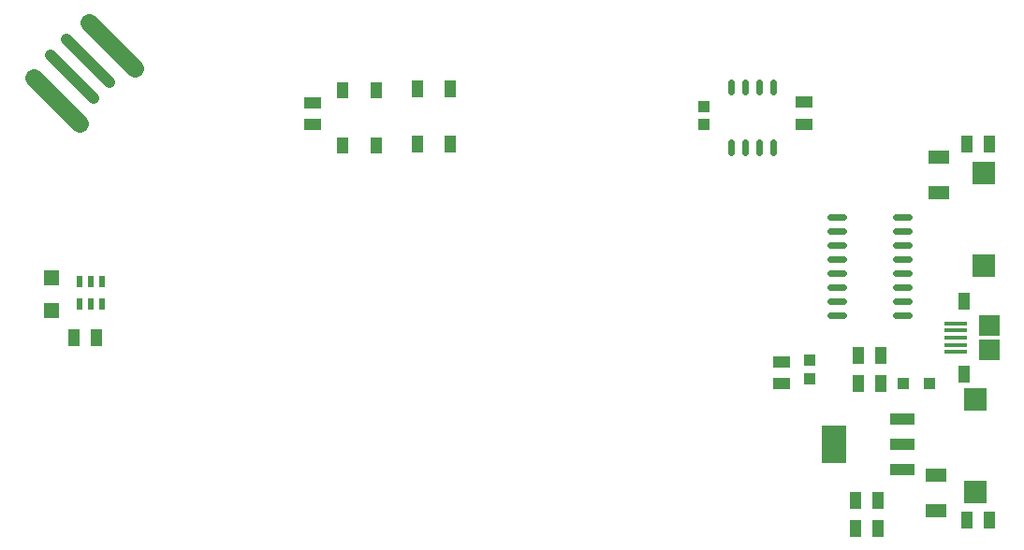
<source format=gtp>
G04 Layer: TopPasteMaskLayer*
G04 EasyEDA v6.3.52, 2020-06-08T18:28:06+08:00*
G04 b620e5eaaf5e4283affdf04958e78c07,0271aa7b776e406f8d319a2d24a91b4c,10*
G04 Gerber Generator version 0.2*
G04 Scale: 100 percent, Rotated: No, Reflected: No *
G04 Dimensions in millimeters *
G04 leading zeros omitted , absolute positions ,3 integer and 3 decimal *
%FSLAX33Y33*%
%MOMM*%
G90*
G71D02*

%ADD13C,0.599999*%
%ADD14C,0.999998*%
%ADD16C,1.599997*%
%ADD18R,2.099996X0.399999*%
%ADD19R,0.999998X1.499997*%
%ADD20R,1.899996X1.899996*%
%ADD21R,0.499999X0.999998*%
%ADD22R,0.990600X1.092200*%
%ADD23R,1.399997X1.399997*%
%ADD24R,0.999998X1.550010*%
%ADD25R,1.550010X0.999998*%
%ADD26R,0.999998X0.999998*%
%ADD27R,2.199996X3.499993*%
%ADD28R,2.199996X1.099998*%
%ADD29R,1.099998X0.999998*%
%ADD30R,1.999996X1.999996*%
%ADD31R,1.899996X1.199998*%

%LPD*%
G54D16*
G01X10495Y54406D02*
G01X6323Y58578D01*
G01X5466Y49377D02*
G01X1294Y53549D01*
G54D14*
G01X8198Y53111D02*
G01X4309Y57000D01*
G01X6761Y51674D02*
G01X2872Y55563D01*
G54D13*
G01X68199Y52246D02*
G01X68199Y53166D01*
G01X66929Y52246D02*
G01X66929Y53166D01*
G01X65659Y52246D02*
G01X65659Y53166D01*
G01X64389Y52246D02*
G01X64389Y53166D01*
G01X68199Y46767D02*
G01X68199Y47687D01*
G01X66929Y46767D02*
G01X66929Y47687D01*
G01X65659Y46767D02*
G01X65659Y47687D01*
G01X64389Y46767D02*
G01X64389Y47687D01*
G01X79333Y32060D02*
G01X80533Y32060D01*
G01X79333Y33330D02*
G01X80533Y33330D01*
G01X79333Y34600D02*
G01X80533Y34600D01*
G01X79333Y35870D02*
G01X80533Y35870D01*
G01X79333Y37140D02*
G01X80533Y37140D01*
G01X79333Y38410D02*
G01X80533Y38410D01*
G01X79333Y39680D02*
G01X80533Y39680D01*
G01X79333Y40950D02*
G01X80533Y40950D01*
G01X73390Y32060D02*
G01X74590Y32060D01*
G01X73390Y33330D02*
G01X74590Y33330D01*
G01X73390Y34600D02*
G01X74590Y34600D01*
G01X73390Y35870D02*
G01X74590Y35870D01*
G01X73390Y37140D02*
G01X74590Y37140D01*
G01X73390Y38410D02*
G01X74590Y38410D01*
G01X73390Y39680D02*
G01X74590Y39680D01*
G01X73390Y40950D02*
G01X74590Y40950D01*
G54D18*
G01X84707Y28728D03*
G01X84707Y29378D03*
G01X84707Y30028D03*
G01X84707Y30677D03*
G01X84707Y31327D03*
G54D19*
G01X85508Y26728D03*
G01X85508Y33327D03*
G54D20*
G01X87758Y28927D03*
G01X87758Y31128D03*
G54D21*
G01X5476Y33092D03*
G01X6477Y33092D03*
G01X7477Y33092D03*
G01X7477Y35092D03*
G01X6477Y35092D03*
G01X5476Y35092D03*
G54D22*
G01X71501Y26256D03*
G01X71501Y27957D03*
G54D23*
G01X2921Y32464D03*
G01X2921Y35464D03*
G54D24*
G01X75962Y28377D03*
G01X77961Y28377D03*
G01X75962Y25837D03*
G01X77961Y25837D03*
G01X75708Y15296D03*
G01X77707Y15296D03*
G01X75708Y12756D03*
G01X77707Y12756D03*
G54D25*
G01X26606Y49284D03*
G01X26606Y51284D03*
G01X70993Y51348D03*
G01X70993Y49348D03*
G54D24*
G01X85741Y47554D03*
G01X87740Y47554D03*
G01X85741Y13518D03*
G01X87740Y13518D03*
G01X6968Y30028D03*
G01X4969Y30028D03*
G54D25*
G01X68961Y27853D03*
G01X68961Y25853D03*
G36*
G01X35529Y46781D02*
G01X35529Y48279D01*
G01X36527Y48279D01*
G01X36527Y46781D01*
G01X35529Y46781D01*
G37*
G36*
G01X38529Y46781D02*
G01X38529Y48279D01*
G01X39527Y48279D01*
G01X39527Y46781D01*
G01X38529Y46781D01*
G37*
G36*
G01X38529Y51780D02*
G01X38529Y53281D01*
G01X39527Y53281D01*
G01X39527Y51780D01*
G01X38529Y51780D01*
G37*
G36*
G01X35529Y51780D02*
G01X35529Y53281D01*
G01X36527Y53281D01*
G01X36527Y51780D01*
G01X35529Y51780D01*
G37*
G36*
G01X28798Y46654D02*
G01X28798Y48152D01*
G01X29796Y48152D01*
G01X29796Y46654D01*
G01X28798Y46654D01*
G37*
G36*
G01X31798Y46654D02*
G01X31798Y48152D01*
G01X32796Y48152D01*
G01X32796Y46654D01*
G01X31798Y46654D01*
G37*
G36*
G01X31798Y51653D02*
G01X31798Y53154D01*
G01X32796Y53154D01*
G01X32796Y51653D01*
G01X31798Y51653D01*
G37*
G36*
G01X28798Y51653D02*
G01X28798Y53154D01*
G01X29796Y53154D01*
G01X29796Y51653D01*
G01X28798Y51653D01*
G37*
G54D26*
G01X82352Y25837D03*
G01X79953Y25837D03*
G54D27*
G01X73736Y20376D03*
G54D28*
G01X79933Y22675D03*
G01X79933Y20376D03*
G01X79933Y18076D03*
G54D29*
G01X61976Y50894D03*
G01X61976Y49294D03*
G54D30*
G01X87249Y36496D03*
G01X87249Y44895D03*
G01X86487Y24448D03*
G01X86487Y16049D03*
G54D31*
G01X83185Y43159D03*
G01X83185Y46359D03*
G01X82931Y17530D03*
G01X82931Y14330D03*
M00*
M02*

</source>
